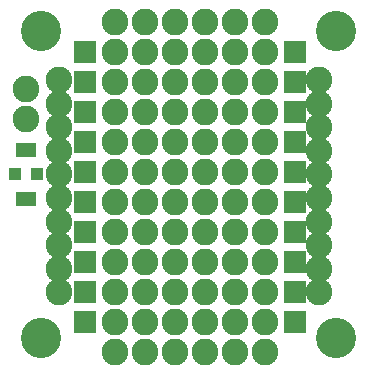
<source format=gts>
%FSLAX34Y34*%
G04 Gerber Fmt 3.4, Leading zero omitted, Abs format*
G04 (created by PCBNEW (2013-11-26 BZR 4502)-product) date Thu 28 Nov 2013 14:01:45 EST*
%MOIN*%
G01*
G70*
G90*
G04 APERTURE LIST*
%ADD10C,0.005906*%
%ADD11R,0.067181X0.051433*%
%ADD12R,0.043559X0.043559*%
%ADD13C,0.089200*%
%ADD14C,0.134110*%
%ADD15R,0.076000X0.076000*%
G04 APERTURE END LIST*
G54D10*
G54D11*
X645Y5651D03*
X645Y7266D03*
G54D12*
X1000Y6459D03*
X291Y6455D03*
G54D13*
X10405Y2522D03*
X10405Y3309D03*
X10405Y4096D03*
X10405Y4884D03*
X10405Y5671D03*
X10405Y6459D03*
X10405Y7246D03*
X10405Y8033D03*
X10405Y8821D03*
X10405Y9608D03*
G54D14*
X1153Y11240D03*
X10996Y11240D03*
X1153Y1003D03*
X10996Y1003D03*
G54D13*
X1744Y9608D03*
X1744Y8821D03*
X1744Y8033D03*
X1744Y7246D03*
X1744Y6459D03*
X1744Y5671D03*
X1744Y4884D03*
X1744Y4096D03*
X1744Y3309D03*
X1744Y2522D03*
X8610Y1548D03*
X7610Y1548D03*
X6610Y1548D03*
X6610Y2548D03*
X5610Y2548D03*
X5610Y1548D03*
X4610Y2548D03*
X3610Y2548D03*
X3610Y1548D03*
X4610Y1548D03*
X8610Y3548D03*
X7610Y3548D03*
X6610Y3548D03*
X5610Y3548D03*
X4610Y3548D03*
X3610Y3548D03*
X8610Y4548D03*
X5610Y4548D03*
X8610Y6548D03*
X3610Y7548D03*
X5610Y6548D03*
X4610Y6548D03*
X5610Y7548D03*
X4610Y7548D03*
X4610Y4548D03*
X7610Y6548D03*
X6610Y6548D03*
X7610Y4548D03*
X3610Y6548D03*
X6610Y4548D03*
X3610Y4548D03*
X8610Y5548D03*
X6610Y7548D03*
X6610Y5548D03*
X3610Y5548D03*
X7610Y5548D03*
X4610Y5548D03*
X8610Y2548D03*
X7610Y2548D03*
X5610Y5548D03*
X7610Y7548D03*
X4610Y9548D03*
X7610Y10548D03*
X5610Y10548D03*
X3610Y10548D03*
X3610Y9548D03*
X3610Y8548D03*
X8610Y7548D03*
X5610Y9548D03*
X8610Y10548D03*
X4610Y10548D03*
X6610Y9548D03*
X7610Y9548D03*
X4610Y8548D03*
X8610Y9548D03*
X8610Y8548D03*
X6610Y10548D03*
X6610Y8548D03*
X5610Y8548D03*
X7610Y8548D03*
X645Y9321D03*
X645Y8321D03*
X8610Y548D03*
X4610Y548D03*
X3610Y548D03*
X7610Y548D03*
X6610Y548D03*
X5610Y548D03*
X5610Y11548D03*
X4610Y11548D03*
X8610Y11548D03*
X7610Y11548D03*
X6610Y11548D03*
X3610Y11548D03*
G54D15*
X2610Y1548D03*
X2610Y2548D03*
X2610Y3548D03*
X2610Y4548D03*
X2610Y5548D03*
X2610Y6548D03*
X2610Y7548D03*
X2610Y8548D03*
X2610Y9548D03*
X2610Y10548D03*
X9610Y1548D03*
X9610Y2548D03*
X9610Y3548D03*
X9610Y4548D03*
X9610Y5548D03*
X9610Y6548D03*
X9610Y7548D03*
X9610Y10548D03*
X9610Y8548D03*
X9610Y9548D03*
M02*

</source>
